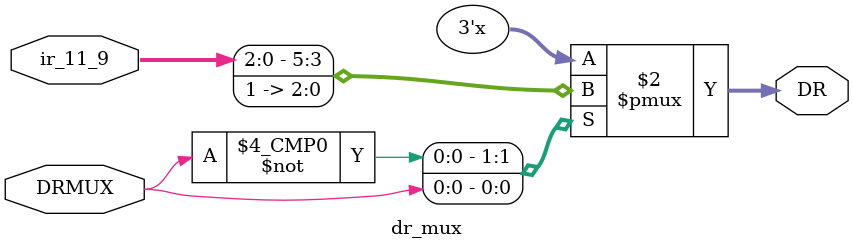
<source format=sv>
module Reg_Unit(input logic Clk,Reset,LD_REG,
					input logic[2:0]SR2,
					input logic[15:0] bus_val,
					output logic[15:0] SR1_out,SR2_out,
					input logic[2:0] ir_11_9, ir_8_6,
					input logic SR1MUX,DRMUX
);

logic[2:0] SR1,DR;
sr_mux mux1(.ir_11_9,.ir_8_6,.SR1MUX,.SR1);
dr_mux mux2(.ir_11_9,.DRMUX,.DR);
Regfile regf(.*);

endmodule


module Regfile(input logic Clk,Reset,LD_REG,
					input logic[2:0]DR,SR1,SR2,
					input logic[15:0] bus_val,
					output logic[15:0] SR1_out,SR2_out
					
);

logic[15:0] R0_val,R1_val,R2_val,R3_val,R4_val,R5_val,R6_val,R7_val;
logic load_0,load_1,load_2,load_3,load_4,load_5,load_6,load_7;

always_comb
			begin
			load_0 = 1'b0;
			load_1 = 1'b0;
			load_2 = 1'b0;
			load_3 = 1'b0;
			load_4 = 1'b0;
			load_5 = 1'b0;
			load_6 = 1'b0;
			load_7 = 1'b0;
			case(DR)
				3'b 000: load_0 = LD_REG;
				3'b 001: load_1 = LD_REG;
				3'b 010: load_2 = LD_REG;
				3'b 011: load_3 = LD_REG;
				3'b 100: load_4 = LD_REG;
				3'b 101: load_5 = LD_REG;
				3'b 110: load_6 = LD_REG;
				3'b 111: load_7 = LD_REG;
//				3'b001: SR1_out = R1_val;
			endcase
			end
register R0(.Clk,.Reset,.load(load_0),.data_in(bus_val),.data_out(R0_val));
register R1(.Clk,.Reset,.load(load_1),.data_in(bus_val),.data_out(R1_val));
register R2(.Clk,.Reset,.load(load_2),.data_in(bus_val),.data_out(R2_val));
register R3(.Clk,.Reset,.load(load_3),.data_in(bus_val),.data_out(R3_val));
register R4(.Clk,.Reset,.load(load_4),.data_in(bus_val),.data_out(R4_val));
register R5(.Clk,.Reset,.load(load_5),.data_in(bus_val),.data_out(R5_val));
register R6(.Clk,.Reset,.load(load_6),.data_in(bus_val),.data_out(R6_val));
register R7(.Clk,.Reset,.load(load_7),.data_in(bus_val),.data_out(R7_val));
			always_comb
			begin
			case(SR1)
				3'b000: SR1_out = R0_val;
				3'b001: SR1_out = R1_val;
				3'b010: SR1_out = R2_val;
				3'b011: SR1_out = R3_val;
				3'b100: SR1_out = R4_val;
				3'b101: SR1_out = R5_val;
				3'b110: SR1_out = R6_val;
				3'b111: SR1_out = R7_val;
//				3'b001: SR1_out = R1_val;
				default: SR1_out = 16'h0000;
			endcase
			end

			
			always_comb
			begin
			case(SR2)
				3'b000: SR2_out = R0_val;
				3'b001: SR2_out = R1_val;
				3'b010: SR2_out = R2_val;
				3'b011: SR2_out = R3_val;
				3'b100: SR2_out = R4_val;
				3'b101: SR2_out = R5_val;
				3'b110: SR2_out = R6_val;
				3'b111: SR2_out = R7_val;
//				3'b001: SR1_out = R1_val;
				default: SR2_out = 16'h0000;
			endcase
			end
			
endmodule



module register(
				input logic Clk,Reset,load,
				input logic[15:0] data_in,
				output logic[15:0] data_out
);

always_ff @(posedge Clk)
begin
	if(Reset)
		data_out <= 16'h0000;
	else if(load)
		data_out <= data_in;
end
endmodule


module sr_mux(
				input logic[2:0] ir_11_9, ir_8_6,
				input logic SR1MUX,
				output logic[2:0] SR1			
);

			always_comb
			begin
			case(SR1MUX)
				1'b0: SR1 = ir_11_9;
				1'b1: SR1 = ir_8_6;
				default: SR1 = 3'b000;
			endcase
			end				

endmodule


module dr_mux(input logic[2:0] ir_11_9,
					input logic DRMUX,
					output logic[2:0] DR
);
			always_comb
			begin
			case(DRMUX)
				1'b0: DR = ir_11_9;
				1'b1: DR = 3'b111;
				default: DR = 3'b000;
			endcase
			end	
endmodule

</source>
